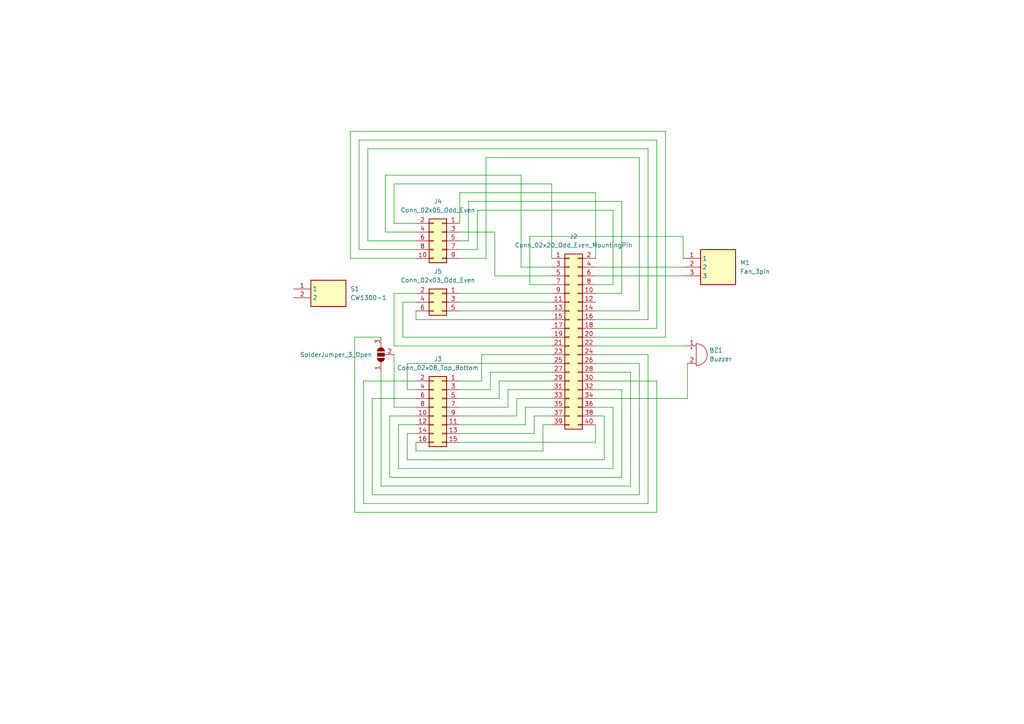
<source format=kicad_sch>
(kicad_sch (version 20230121) (generator eeschema)
  (paper "A4")
  (lib_symbols
    (symbol "171857-3003:171857-3003"
      (property "Reference" "J" (at 16.51 7.62 0))
      (property "Value" "171857-3003" (at 16.51 5.08 0))
      (symbol "171857-3003_1_1"
        (rectangle (start 5.08 2.54) (end 15.24 -7.62) (stroke (width 0.254)) (fill (type background)))
        (pin passive line (at 0 0 0) (length 5.08) (name "1") (number "1"))
        (pin passive line (at 0 -2.54 0) (length 5.08) (name "2") (number "2"))
        (pin passive line (at 0 -5.08 0) (length 5.08) (name "3") (number "3"))
      )
    )
    (symbol "CW1300-1:CW1300-1"
      (property "Reference" "S" (at 16.51 7.62 0))
      (property "Value" "CW1300-1" (at 16.51 5.08 0))
      (symbol "CW1300-1_1_1"
        (rectangle (start 5.08 2.54) (end 15.24 -5.08) (stroke (width 0.254)) (fill (type background)))
        (pin passive line (at 0 0 0) (length 5.08) (name "1") (number "1"))
        (pin passive line (at 0 -2.54 0) (length 5.08) (name "2") (number "2"))
      )
    )
    (symbol "Connector_Generic:Conn_02x03_Odd_Even" (pin_names (offset 1.016) hide)
      (property "Reference" "J" (at 1.27 5.08 0))
      (property "Value" "Conn_02x03_Odd_Even" (at 1.27 -5.08 0))
      (symbol "Conn_02x03_Odd_Even_1_1"
        (rectangle (start -1.27 -2.413) (end 0 -2.667) (stroke (width 0.1524)))
        (rectangle (start -1.27 0.127) (end 0 -0.127) (stroke (width 0.1524)))
        (rectangle (start -1.27 2.667) (end 0 2.413) (stroke (width 0.1524)))
        (rectangle (start -1.27 3.81) (end 3.81 -3.81) (stroke (width 0.254)) (fill (type background)))
        (rectangle (start 3.81 -2.413) (end 2.54 -2.667) (stroke (width 0.1524)))
        (rectangle (start 3.81 0.127) (end 2.54 -0.127) (stroke (width 0.1524)))
        (rectangle (start 3.81 2.667) (end 2.54 2.413) (stroke (width 0.1524)))
        (pin passive line (at -5.08 2.54 0) (length 3.81) (name "Pin_1") (number "1"))
        (pin passive line (at 7.62 2.54 180) (length 3.81) (name "Pin_2") (number "2"))
        (pin passive line (at -5.08 0 0) (length 3.81) (name "Pin_3") (number "3"))
        (pin passive line (at 7.62 0 180) (length 3.81) (name "Pin_4") (number "4"))
        (pin passive line (at -5.08 -2.54 0) (length 3.81) (name "Pin_5") (number "5"))
        (pin passive line (at 7.62 -2.54 180) (length 3.81) (name "Pin_6") (number "6"))
      )
    )
    (symbol "Connector_Generic:Conn_02x05_Odd_Even" (pin_names (offset 1.016) hide)
      (property "Reference" "J" (at 1.27 7.62 0))
      (property "Value" "Conn_02x05_Odd_Even" (at 1.27 -7.62 0))
      (symbol "Conn_02x05_Odd_Even_1_1"
        (rectangle (start -1.27 -4.953) (end 0 -5.207) (stroke (width 0.1524)))
        (rectangle (start -1.27 -2.413) (end 0 -2.667) (stroke (width 0.1524)))
        (rectangle (start -1.27 0.127) (end 0 -0.127) (stroke (width 0.1524)))
        (rectangle (start -1.27 2.667) (end 0 2.413) (stroke (width 0.1524)))
        (rectangle (start -1.27 5.207) (end 0 4.953) (stroke (width 0.1524)))
        (rectangle (start -1.27 6.35) (end 3.81 -6.35) (stroke (width 0.254)) (fill (type background)))
        (rectangle (start 3.81 -4.953) (end 2.54 -5.207) (stroke (width 0.1524)))
        (rectangle (start 3.81 -2.413) (end 2.54 -2.667) (stroke (width 0.1524)))
        (rectangle (start 3.81 0.127) (end 2.54 -0.127) (stroke (width 0.1524)))
        (rectangle (start 3.81 2.667) (end 2.54 2.413) (stroke (width 0.1524)))
        (rectangle (start 3.81 5.207) (end 2.54 4.953) (stroke (width 0.1524)))
        (pin passive line (at -5.08 5.08 0) (length 3.81) (name "Pin_1") (number "1"))
        (pin passive line (at 7.62 -5.08 180) (length 3.81) (name "Pin_10") (number "10"))
        (pin passive line (at 7.62 5.08 180) (length 3.81) (name "Pin_2") (number "2"))
        (pin passive line (at -5.08 2.54 0) (length 3.81) (name "Pin_3") (number "3"))
        (pin passive line (at 7.62 2.54 180) (length 3.81) (name "Pin_4") (number "4"))
        (pin passive line (at -5.08 0 0) (length 3.81) (name "Pin_5") (number "5"))
        (pin passive line (at 7.62 0 180) (length 3.81) (name "Pin_6") (number "6"))
        (pin passive line (at -5.08 -2.54 0) (length 3.81) (name "Pin_7") (number "7"))
        (pin passive line (at 7.62 -2.54 180) (length 3.81) (name "Pin_8") (number "8"))
        (pin passive line (at -5.08 -5.08 0) (length 3.81) (name "Pin_9") (number "9"))
      )
    )
    (symbol "Connector_Generic:Conn_02x08_Odd_Even" (pin_names (offset 1.016) hide)
      (property "Reference" "J" (at 1.27 10.16 0))
      (property "Value" "Conn_02x08_Odd_Even" (at 1.27 -12.7 0))
      (symbol "Conn_02x08_Odd_Even_1_1"
        (rectangle (start -1.27 -10.033) (end 0 -10.287) (stroke (width 0.1524)))
        (rectangle (start -1.27 -7.493) (end 0 -7.747) (stroke (width 0.1524)))
        (rectangle (start -1.27 -4.953) (end 0 -5.207) (stroke (width 0.1524)))
        (rectangle (start -1.27 -2.413) (end 0 -2.667) (stroke (width 0.1524)))
        (rectangle (start -1.27 0.127) (end 0 -0.127) (stroke (width 0.1524)))
        (rectangle (start -1.27 2.667) (end 0 2.413) (stroke (width 0.1524)))
        (rectangle (start -1.27 5.207) (end 0 4.953) (stroke (width 0.1524)))
        (rectangle (start -1.27 7.747) (end 0 7.493) (stroke (width 0.1524)))
        (rectangle (start -1.27 8.89) (end 3.81 -11.43) (stroke (width 0.254)) (fill (type background)))
        (rectangle (start 3.81 -10.033) (end 2.54 -10.287) (stroke (width 0.1524)))
        (rectangle (start 3.81 -7.493) (end 2.54 -7.747) (stroke (width 0.1524)))
        (rectangle (start 3.81 -4.953) (end 2.54 -5.207) (stroke (width 0.1524)))
        (rectangle (start 3.81 -2.413) (end 2.54 -2.667) (stroke (width 0.1524)))
        (rectangle (start 3.81 0.127) (end 2.54 -0.127) (stroke (width 0.1524)))
        (rectangle (start 3.81 2.667) (end 2.54 2.413) (stroke (width 0.1524)))
        (rectangle (start 3.81 5.207) (end 2.54 4.953) (stroke (width 0.1524)))
        (rectangle (start 3.81 7.747) (end 2.54 7.493) (stroke (width 0.1524)))
        (pin passive line (at -5.08 7.62 0) (length 3.81) (name "Pin_1") (number "1"))
        (pin passive line (at 7.62 -2.54 180) (length 3.81) (name "Pin_10") (number "10"))
        (pin passive line (at -5.08 -5.08 0) (length 3.81) (name "Pin_11") (number "11"))
        (pin passive line (at 7.62 -5.08 180) (length 3.81) (name "Pin_12") (number "12"))
        (pin passive line (at -5.08 -7.62 0) (length 3.81) (name "Pin_13") (number "13"))
        (pin passive line (at 7.62 -7.62 180) (length 3.81) (name "Pin_14") (number "14"))
        (pin passive line (at -5.08 -10.16 0) (length 3.81) (name "Pin_15") (number "15"))
        (pin passive line (at 7.62 -10.16 180) (length 3.81) (name "Pin_16") (number "16"))
        (pin passive line (at 7.62 7.62 180) (length 3.81) (name "Pin_2") (number "2"))
        (pin passive line (at -5.08 5.08 0) (length 3.81) (name "Pin_3") (number "3"))
        (pin passive line (at 7.62 5.08 180) (length 3.81) (name "Pin_4") (number "4"))
        (pin passive line (at -5.08 2.54 0) (length 3.81) (name "Pin_5") (number "5"))
        (pin passive line (at 7.62 2.54 180) (length 3.81) (name "Pin_6") (number "6"))
        (pin passive line (at -5.08 0 0) (length 3.81) (name "Pin_7") (number "7"))
        (pin passive line (at 7.62 0 180) (length 3.81) (name "Pin_8") (number "8"))
        (pin passive line (at -5.08 -2.54 0) (length 3.81) (name "Pin_9") (number "9"))
      )
    )
    (symbol "Connector_Generic:Conn_02x20_Odd_Even" (pin_names (offset 1.016) hide)
      (property "Reference" "J" (at 1.27 25.4 0))
      (property "Value" "Conn_02x20_Odd_Even" (at 1.27 -27.94 0))
      (symbol "Conn_02x20_Odd_Even_1_1"
        (rectangle (start -1.27 -25.273) (end 0 -25.527) (stroke (width 0.1524)))
        (rectangle (start -1.27 -22.733) (end 0 -22.987) (stroke (width 0.1524)))
        (rectangle (start -1.27 -20.193) (end 0 -20.447) (stroke (width 0.1524)))
        (rectangle (start -1.27 -17.653) (end 0 -17.907) (stroke (width 0.1524)))
        (rectangle (start -1.27 -15.113) (end 0 -15.367) (stroke (width 0.1524)))
        (rectangle (start -1.27 -12.573) (end 0 -12.827) (stroke (width 0.1524)))
        (rectangle (start -1.27 -10.033) (end 0 -10.287) (stroke (width 0.1524)))
        (rectangle (start -1.27 -7.493) (end 0 -7.747) (stroke (width 0.1524)))
        (rectangle (start -1.27 -4.953) (end 0 -5.207) (stroke (width 0.1524)))
        (rectangle (start -1.27 -2.413) (end 0 -2.667) (stroke (width 0.1524)))
        (rectangle (start -1.27 0.127) (end 0 -0.127) (stroke (width 0.1524)))
        (rectangle (start -1.27 2.667) (end 0 2.413) (stroke (width 0.1524)))
        (rectangle (start -1.27 5.207) (end 0 4.953) (stroke (width 0.1524)))
        (rectangle (start -1.27 7.747) (end 0 7.493) (stroke (width 0.1524)))
        (rectangle (start -1.27 10.287) (end 0 10.033) (stroke (width 0.1524)))
        (rectangle (start -1.27 12.827) (end 0 12.573) (stroke (width 0.1524)))
        (rectangle (start -1.27 15.367) (end 0 15.113) (stroke (width 0.1524)))
        (rectangle (start -1.27 17.907) (end 0 17.653) (stroke (width 0.1524)))
        (rectangle (start -1.27 20.447) (end 0 20.193) (stroke (width 0.1524)))
        (rectangle (start -1.27 22.987) (end 0 22.733) (stroke (width 0.1524)))
        (rectangle (start -1.27 24.13) (end 3.81 -26.67) (stroke (width 0.254)) (fill (type background)))
        (rectangle (start 3.81 -25.273) (end 2.54 -25.527) (stroke (width 0.1524)))
        (rectangle (start 3.81 -22.733) (end 2.54 -22.987) (stroke (width 0.1524)))
        (rectangle (start 3.81 -20.193) (end 2.54 -20.447) (stroke (width 0.1524)))
        (rectangle (start 3.81 -17.653) (end 2.54 -17.907) (stroke (width 0.1524)))
        (rectangle (start 3.81 -15.113) (end 2.54 -15.367) (stroke (width 0.1524)))
        (rectangle (start 3.81 -12.573) (end 2.54 -12.827) (stroke (width 0.1524)))
        (rectangle (start 3.81 -10.033) (end 2.54 -10.287) (stroke (width 0.1524)))
        (rectangle (start 3.81 -7.493) (end 2.54 -7.747) (stroke (width 0.1524)))
        (rectangle (start 3.81 -4.953) (end 2.54 -5.207) (stroke (width 0.1524)))
        (rectangle (start 3.81 -2.413) (end 2.54 -2.667) (stroke (width 0.1524)))
        (rectangle (start 3.81 0.127) (end 2.54 -0.127) (stroke (width 0.1524)))
        (rectangle (start 3.81 2.667) (end 2.54 2.413) (stroke (width 0.1524)))
        (rectangle (start 3.81 5.207) (end 2.54 4.953) (stroke (width 0.1524)))
        (rectangle (start 3.81 7.747) (end 2.54 7.493) (stroke (width 0.1524)))
        (rectangle (start 3.81 10.287) (end 2.54 10.033) (stroke (width 0.1524)))
        (rectangle (start 3.81 12.827) (end 2.54 12.573) (stroke (width 0.1524)))
        (rectangle (start 3.81 15.367) (end 2.54 15.113) (stroke (width 0.1524)))
        (rectangle (start 3.81 17.907) (end 2.54 17.653) (stroke (width 0.1524)))
        (rectangle (start 3.81 20.447) (end 2.54 20.193) (stroke (width 0.1524)))
        (rectangle (start 3.81 22.987) (end 2.54 22.733) (stroke (width 0.1524)))
        (pin passive line (at -5.08 22.86 0) (length 3.81) (name "Pin_1") (number "1"))
        (pin passive line (at 7.62 12.7 180) (length 3.81) (name "Pin_10") (number "10"))
        (pin passive line (at -5.08 10.16 0) (length 3.81) (name "Pin_11") (number "11"))
        (pin passive line (at 7.62 10.16 180) (length 3.81) (name "Pin_12") (number "12"))
        (pin passive line (at -5.08 7.62 0) (length 3.81) (name "Pin_13") (number "13"))
        (pin passive line (at 7.62 7.62 180) (length 3.81) (name "Pin_14") (number "14"))
        (pin passive line (at -5.08 5.08 0) (length 3.81) (name "Pin_15") (number "15"))
        (pin passive line (at 7.62 5.08 180) (length 3.81) (name "Pin_16") (number "16"))
        (pin passive line (at -5.08 2.54 0) (length 3.81) (name "Pin_17") (number "17"))
        (pin passive line (at 7.62 2.54 180) (length 3.81) (name "Pin_18") (number "18"))
        (pin passive line (at -5.08 0 0) (length 3.81) (name "Pin_19") (number "19"))
        (pin passive line (at 7.62 22.86 180) (length 3.81) (name "Pin_2") (number "2"))
        (pin passive line (at 7.62 0 180) (length 3.81) (name "Pin_20") (number "20"))
        (pin passive line (at -5.08 -2.54 0) (length 3.81) (name "Pin_21") (number "21"))
        (pin passive line (at 7.62 -2.54 180) (length 3.81) (name "Pin_22") (number "22"))
        (pin passive line (at -5.08 -5.08 0) (length 3.81) (name "Pin_23") (number "23"))
        (pin passive line (at 7.62 -5.08 180) (length 3.81) (name "Pin_24") (number "24"))
        (pin passive line (at -5.08 -7.62 0) (length 3.81) (name "Pin_25") (number "25"))
        (pin passive line (at 7.62 -7.62 180) (length 3.81) (name "Pin_26") (number "26"))
        (pin passive line (at -5.08 -10.16 0) (length 3.81) (name "Pin_27") (number "27"))
        (pin passive line (at 7.62 -10.16 180) (length 3.81) (name "Pin_28") (number "28"))
        (pin passive line (at -5.08 -12.7 0) (length 3.81) (name "Pin_29") (number "29"))
        (pin passive line (at -5.08 20.32 0) (length 3.81) (name "Pin_3") (number "3"))
        (pin passive line (at 7.62 -12.7 180) (length 3.81) (name "Pin_30") (number "30"))
        (pin passive line (at -5.08 -15.24 0) (length 3.81) (name "Pin_31") (number "31"))
        (pin passive line (at 7.62 -15.24 180) (length 3.81) (name "Pin_32") (number "32"))
        (pin passive line (at -5.08 -17.78 0) (length 3.81) (name "Pin_33") (number "33"))
        (pin passive line (at 7.62 -17.78 180) (length 3.81) (name "Pin_34") (number "34"))
        (pin passive line (at -5.08 -20.32 0) (length 3.81) (name "Pin_35") (number "35"))
        (pin passive line (at 7.62 -20.32 180) (length 3.81) (name "Pin_36") (number "36"))
        (pin passive line (at -5.08 -22.86 0) (length 3.81) (name "Pin_37") (number "37"))
        (pin passive line (at 7.62 -22.86 180) (length 3.81) (name "Pin_38") (number "38"))
        (pin passive line (at -5.08 -25.4 0) (length 3.81) (name "Pin_39") (number "39"))
        (pin passive line (at 7.62 20.32 180) (length 3.81) (name "Pin_4") (number "4"))
        (pin passive line (at 7.62 -25.4 180) (length 3.81) (name "Pin_40") (number "40"))
        (pin passive line (at -5.08 17.78 0) (length 3.81) (name "Pin_5") (number "5"))
        (pin passive line (at 7.62 17.78 180) (length 3.81) (name "Pin_6") (number "6"))
        (pin passive line (at -5.08 15.24 0) (length 3.81) (name "Pin_7") (number "7"))
        (pin passive line (at 7.62 15.24 180) (length 3.81) (name "Pin_8") (number "8"))
        (pin passive line (at -5.08 12.7 0) (length 3.81) (name "Pin_9") (number "9"))
      )
    )
    (symbol "Device:Buzzer" (pin_names (offset 0.0254) hide)
      (property "Reference" "BZ" (at 3.81 1.27 0))
      (property "Value" "Buzzer" (at 3.81 -1.27 0))
      (symbol "Buzzer_0_1"
        (arc (start 0 -3.175) (mid 3.1612 0) (end 0 3.175))
        (polyline (pts (xy -1.651 1.905) (xy -1.143 1.905)))
        (polyline (pts (xy -1.397 2.159) (xy -1.397 1.651)))
        (polyline (pts (xy 0 3.175) (xy 0 -3.175)))
      )
      (symbol "Buzzer_1_1"
        (pin passive line (at -2.54 2.54 0) (length 2.54) (name "-") (number "1"))
        (pin passive line (at -2.54 -2.54 0) (length 2.54) (name "+") (number "2"))
      )
    )
    (symbol "Jumper:SolderJumper_3_Open" (pin_names (offset 0) hide)
      (property "Reference" "JP" (at -2.54 -2.54 0))
      (property "Value" "SolderJumper_3_Open" (at 0 2.794 0))
      (symbol "SolderJumper_3_Open_0_1"
        (arc (start -1.016 1.016) (mid -2.0276 0) (end -1.016 -1.016))
        (arc (start -1.016 1.016) (mid -2.0276 0) (end -1.016 -1.016) (fill (type outline)))
        (rectangle (start -0.508 1.016) (end 0.508 -1.016) (fill (type outline)))
        (polyline (pts (xy -2.54 0) (xy -2.032 0)))
        (polyline (pts (xy -1.016 1.016) (xy -1.016 -1.016)))
        (polyline (pts (xy 0 -1.27) (xy 0 -1.016)))
        (polyline (pts (xy 1.016 1.016) (xy 1.016 -1.016)))
        (polyline (pts (xy 2.54 0) (xy 2.032 0)))
        (arc (start 1.016 -1.016) (mid 2.0276 0) (end 1.016 1.016))
        (arc (start 1.016 -1.016) (mid 2.0276 0) (end 1.016 1.016) (fill (type outline)))
      )
      (symbol "SolderJumper_3_Open_1_1"
        (pin passive line (at -5.08 0 0) (length 2.54) (name "A") (number "1"))
        (pin passive line (at 0 -3.81 90) (length 2.54) (name "C") (number "2"))
        (pin passive line (at 5.08 0 180) (length 2.54) (name "B") (number "3"))
      )
    )
  )
  (wire (pts (xy 144.78 115.57) (xy 144.78 110.49)))
  (wire (pts (xy 187.96 146.05) (xy 187.96 102.87)))
  (wire (pts (xy 133.35 125.73) (xy 154.94 125.73)))
  (wire (pts (xy 113.03 120.65) (xy 120.65 120.65)))
  (wire (pts (xy 133.35 85.09) (xy 160.02 85.09)))
  (wire (pts (xy 172.72 95.25) (xy 190.5 95.25)))
  (wire (pts (xy 160.02 123.19) (xy 157.48 123.19)))
  (wire (pts (xy 133.35 118.11) (xy 147.32 118.11)))
  (wire (pts (xy 190.5 40.64) (xy 104.14 40.64)))
  (wire (pts (xy 101.6 38.1) (xy 101.6 74.93)))
  (wire (pts (xy 190.5 95.25) (xy 190.5 40.64)))
  (wire (pts (xy 133.35 87.63) (xy 160.02 87.63)))
  (wire (pts (xy 185.42 143.51) (xy 185.42 105.41)))
  (wire (pts (xy 142.24 113.03) (xy 142.24 107.95)))
  (wire (pts (xy 180.34 138.43) (xy 180.34 113.03)))
  (wire (pts (xy 133.35 69.85) (xy 135.89 69.85)))
  (wire (pts (xy 101.6 74.93) (xy 120.65 74.93)))
  (wire (pts (xy 172.72 97.79) (xy 193.04 97.79)))
  (wire (pts (xy 175.26 133.35) (xy 175.26 120.65)))
  (wire (pts (xy 111.76 50.8) (xy 111.76 67.31)))
  (wire (pts (xy 180.34 85.09) (xy 180.34 58.42)))
  (wire (pts (xy 143.51 80.01) (xy 143.51 67.31)))
  (wire (pts (xy 193.04 97.79) (xy 193.04 38.1)))
  (wire (pts (xy 160.02 53.34) (xy 114.3 53.34)))
  (wire (pts (xy 199.39 115.57) (xy 199.39 105.41)))
  (wire (pts (xy 149.86 115.57) (xy 160.02 115.57)))
  (wire (pts (xy 172.72 80.01) (xy 198.12 80.01)))
  (wire (pts (xy 102.87 148.59) (xy 102.87 97.79)))
  (wire (pts (xy 107.95 115.57) (xy 107.95 143.51)))
  (wire (pts (xy 102.87 97.79) (xy 110.49 97.79)))
  (wire (pts (xy 185.42 105.41) (xy 172.72 105.41)))
  (wire (pts (xy 120.65 128.27) (xy 120.65 130.81)))
  (wire (pts (xy 182.88 140.97) (xy 182.88 107.95)))
  (wire (pts (xy 116.84 87.63) (xy 120.65 87.63)))
  (wire (pts (xy 172.72 123.19) (xy 172.72 128.27)))
  (wire (pts (xy 105.41 110.49) (xy 105.41 146.05)))
  (wire (pts (xy 106.68 43.18) (xy 106.68 69.85)))
  (wire (pts (xy 110.49 140.97) (xy 110.49 107.95)))
  (wire (pts (xy 172.72 77.47) (xy 198.12 77.47)))
  (wire (pts (xy 114.3 118.11) (xy 120.65 118.11)))
  (wire (pts (xy 172.72 102.87) (xy 187.96 102.87)))
  (wire (pts (xy 172.72 55.88) (xy 133.35 55.88)))
  (wire (pts (xy 113.03 120.65) (xy 113.03 138.43)))
  (wire (pts (xy 149.86 120.65) (xy 149.86 115.57)))
  (wire (pts (xy 160.02 100.33) (xy 114.3 100.33)))
  (wire (pts (xy 172.72 113.03) (xy 180.34 113.03)))
  (wire (pts (xy 115.57 123.19) (xy 115.57 135.89)))
  (wire (pts (xy 133.35 128.27) (xy 172.72 128.27)))
  (wire (pts (xy 147.32 113.03) (xy 160.02 113.03)))
  (wire (pts (xy 151.13 50.8) (xy 111.76 50.8)))
  (wire (pts (xy 172.72 82.55) (xy 177.8 82.55)))
  (wire (pts (xy 133.35 90.17) (xy 160.02 90.17)))
  (wire (pts (xy 133.35 115.57) (xy 144.78 115.57)))
  (wire (pts (xy 104.14 72.39) (xy 120.65 72.39)))
  (wire (pts (xy 118.11 125.73) (xy 120.65 125.73)))
  (wire (pts (xy 177.8 60.96) (xy 138.43 60.96)))
  (wire (pts (xy 118.11 105.41) (xy 118.11 113.03)))
  (wire (pts (xy 185.42 90.17) (xy 185.42 45.72)))
  (wire (pts (xy 114.3 53.34) (xy 114.3 64.77)))
  (wire (pts (xy 133.35 113.03) (xy 142.24 113.03)))
  (wire (pts (xy 153.67 82.55) (xy 153.67 68.58)))
  (wire (pts (xy 133.35 123.19) (xy 152.4 123.19)))
  (wire (pts (xy 153.67 68.58) (xy 198.12 68.58)))
  (wire (pts (xy 135.89 58.42) (xy 135.89 69.85)))
  (wire (pts (xy 116.84 97.79) (xy 116.84 87.63)))
  (wire (pts (xy 147.32 118.11) (xy 147.32 113.03)))
  (wire (pts (xy 190.5 148.59) (xy 102.87 148.59)))
  (wire (pts (xy 104.14 40.64) (xy 104.14 72.39)))
  (wire (pts (xy 107.95 115.57) (xy 120.65 115.57)))
  (wire (pts (xy 172.72 115.57) (xy 199.39 115.57)))
  (wire (pts (xy 177.8 118.11) (xy 172.72 118.11)))
  (wire (pts (xy 133.35 67.31) (xy 143.51 67.31)))
  (wire (pts (xy 113.03 138.43) (xy 180.34 138.43)))
  (wire (pts (xy 154.94 120.65) (xy 160.02 120.65)))
  (wire (pts (xy 138.43 60.96) (xy 138.43 72.39)))
  (wire (pts (xy 140.97 45.72) (xy 140.97 74.93)))
  (wire (pts (xy 152.4 123.19) (xy 152.4 118.11)))
  (wire (pts (xy 139.7 102.87) (xy 160.02 102.87)))
  (wire (pts (xy 106.68 69.85) (xy 120.65 69.85)))
  (wire (pts (xy 160.02 74.93) (xy 160.02 53.34)))
  (wire (pts (xy 118.11 133.35) (xy 118.11 125.73)))
  (wire (pts (xy 115.57 123.19) (xy 120.65 123.19)))
  (wire (pts (xy 154.94 125.73) (xy 154.94 120.65)))
  (wire (pts (xy 157.48 123.19) (xy 157.48 130.81)))
  (wire (pts (xy 177.8 82.55) (xy 177.8 60.96)))
  (wire (pts (xy 190.5 110.49) (xy 190.5 148.59)))
  (wire (pts (xy 172.72 85.09) (xy 180.34 85.09)))
  (wire (pts (xy 144.78 110.49) (xy 160.02 110.49)))
  (wire (pts (xy 120.65 113.03) (xy 118.11 113.03)))
  (wire (pts (xy 160.02 92.71) (xy 120.65 92.71)))
  (wire (pts (xy 139.7 110.49) (xy 139.7 102.87)))
  (wire (pts (xy 160.02 97.79) (xy 116.84 97.79)))
  (wire (pts (xy 160.02 105.41) (xy 118.11 105.41)))
  (wire (pts (xy 133.35 55.88) (xy 133.35 64.77)))
  (wire (pts (xy 115.57 135.89) (xy 177.8 135.89)))
  (wire (pts (xy 152.4 118.11) (xy 160.02 118.11)))
  (wire (pts (xy 187.96 43.18) (xy 106.68 43.18)))
  (wire (pts (xy 111.76 67.31) (xy 120.65 67.31)))
  (wire (pts (xy 160.02 80.01) (xy 143.51 80.01)))
  (wire (pts (xy 139.7 110.49) (xy 133.35 110.49)))
  (wire (pts (xy 172.72 110.49) (xy 190.5 110.49)))
  (wire (pts (xy 107.95 143.51) (xy 185.42 143.51)))
  (wire (pts (xy 135.89 58.42) (xy 180.34 58.42)))
  (wire (pts (xy 114.3 100.33) (xy 114.3 85.09)))
  (wire (pts (xy 198.12 68.58) (xy 198.12 74.93)))
  (wire (pts (xy 160.02 77.47) (xy 151.13 77.47)))
  (wire (pts (xy 114.3 118.11) (xy 114.3 102.87)))
  (wire (pts (xy 120.65 90.17) (xy 120.65 92.71)))
  (wire (pts (xy 140.97 74.93) (xy 133.35 74.93)))
  (wire (pts (xy 157.48 130.81) (xy 120.65 130.81)))
  (wire (pts (xy 118.11 133.35) (xy 175.26 133.35)))
  (wire (pts (xy 172.72 107.95) (xy 182.88 107.95)))
  (wire (pts (xy 142.24 107.95) (xy 160.02 107.95)))
  (wire (pts (xy 193.04 38.1) (xy 101.6 38.1)))
  (wire (pts (xy 172.72 92.71) (xy 187.96 92.71)))
  (wire (pts (xy 160.02 82.55) (xy 153.67 82.55)))
  (wire (pts (xy 138.43 72.39) (xy 133.35 72.39)))
  (wire (pts (xy 175.26 120.65) (xy 172.72 120.65)))
  (wire (pts (xy 187.96 92.71) (xy 187.96 43.18)))
  (wire (pts (xy 177.8 135.89) (xy 177.8 118.11)))
  (wire (pts (xy 110.49 140.97) (xy 182.88 140.97)))
  (wire (pts (xy 105.41 110.49) (xy 120.65 110.49)))
  (wire (pts (xy 172.72 90.17) (xy 185.42 90.17)))
  (wire (pts (xy 140.97 45.72) (xy 185.42 45.72)))
  (wire (pts (xy 114.3 64.77) (xy 120.65 64.77)))
  (wire (pts (xy 151.13 77.47) (xy 151.13 50.8)))
  (wire (pts (xy 133.35 120.65) (xy 149.86 120.65)))
  (wire (pts (xy 114.3 85.09) (xy 120.65 85.09)))
  (wire (pts (xy 172.72 100.33) (xy 199.39 100.33)))
  (wire (pts (xy 172.72 74.93) (xy 172.72 55.88)))
  (wire (pts (xy 105.41 146.05) (xy 187.96 146.05)))
  (symbol (lib_id "Device:Buzzer") (at 201.93 102.87 0) (unit 1)
    (property "Reference" "BZ1" (at 205.74 101.6 0) (effects (justify left)))
    (property "Value" "Buzzer" (at 205.74 104.14 0) (effects (justify left)))
    (property "Footprint" "Buzzer_Beeper:MagneticBuzzer_Kingstate_KCG0601" (effects hide))
  )
  (symbol (lib_id "Connector_Generic:Conn_02x03_Odd_Even") (at 128.27 87.63 0) (mirror y) (unit 1)
    (property "Reference" "J5" (at 127 78.74 0))
    (property "Value" "Conn_02x03_Odd_Even" (at 127 81.28 0))
    (property "Footprint" "Connector_IDC:IDC-Header_2x03_P2.54mm_Horizontal" (effects hide))
  )
  (symbol (lib_id "CW1300-1:CW1300-1") (at 85.09 83.82 0) (unit 1)
    (property "Reference" "S1" (at 101.6 83.82 0) (effects (justify left)))
    (property "Value" "CW1300-1" (at 101.6 86.36 0) (effects (justify left)))
    (property "Footprint" "Tilt Sensor:CW13001" (effects hide))
    (property "Height" "10.2" (effects hide))
    (property "Manufacturer_Name" "Assemtech" (effects hide))
    (property "Manufacturer_Part_Number" "CW1300-1" (effects hide))
  )
  (symbol (lib_id "171857-3003:171857-3003") (at 198.12 74.93 0) (unit 1)
    (property "Reference" "M1" (at 214.63 76.2 0) (effects (justify left)))
    (property "Value" "Fan_3pin" (at 214.63 78.74 0) (effects (justify left)))
    (property "Footprint" "3 Pin Fan Header Angled:HDRRA3W64P0X254_1X3_747X318X635P" (effects hide))
    (property "Datasheet" "https://www.molex.com/pdm_docs/sd/1718573003_sd.pdf" (effects hide))
    (property "Height" "6.35" (effects hide))
    (property "Mouser Part Number" "538-171857-3003" (effects hide))
    (property "Mouser Price/Stock" "https://www.mouser.co.uk/ProductDetail/Molex/171857-3003?qs=v0t%252BUMfTP8PwHdzKGVbMJQ%3D%3D" (effects hide))
    (property "Manufacturer_Name" "Molex" (effects hide))
    (property "Manufacturer_Part_Number" "171857-3003" (effects hide))
  )
  (symbol (lib_id "Jumper:SolderJumper_3_Open") (at 110.49 102.87 90) (unit 1)
    (property "Reference" "JP1" (effects hide))
    (property "Value" "SolderJumper_3_Open" (at 107.95 102.87 90) (effects (justify left)))
    (property "Footprint" "Jumper:SolderJumper-3_P1.3mm_Open_Pad1.0x1.5mm_NumberLabels" (effects hide))
  )
  (symbol (lib_id "Connector_Generic:Conn_02x08_Odd_Even") (at 128.27 118.11 0) (mirror y) (unit 1)
    (property "Reference" "J3" (at 127 104.14 0))
    (property "Value" "Conn_02x08_Top_Bottom" (at 127 106.68 0))
    (property "Footprint" "Connector_IDC:IDC-Header_2x08_P2.54mm_Horizontal" (effects hide))
  )
  (symbol (lib_id "Connector_Generic:Conn_02x20_Odd_Even") (at 165.1 97.79 0) (unit 1)
    (property "Reference" "J2" (at 166.37 68.58 0))
    (property "Value" "Conn_02x20_Odd_Even_MountingPin" (at 166.37 71.12 0))
    (property "Footprint" "Connector_PinSocket_2.54mm:PinSocket_2x20_P2.54mm_Vertical" (effects hide))
  )
  (symbol (lib_id "Connector_Generic:Conn_02x05_Odd_Even") (at 128.27 69.85 0) (mirror y) (unit 1)
    (property "Reference" "J4" (at 127 58.42 0))
    (property "Value" "Conn_02x05_Odd_Even" (at 127 60.96 0))
    (property "Footprint" "Connector_PinHeader_2.54mm:PinHeader_2x05_P2.54mm_Horizontal" (effects hide))
  )
)
</source>
